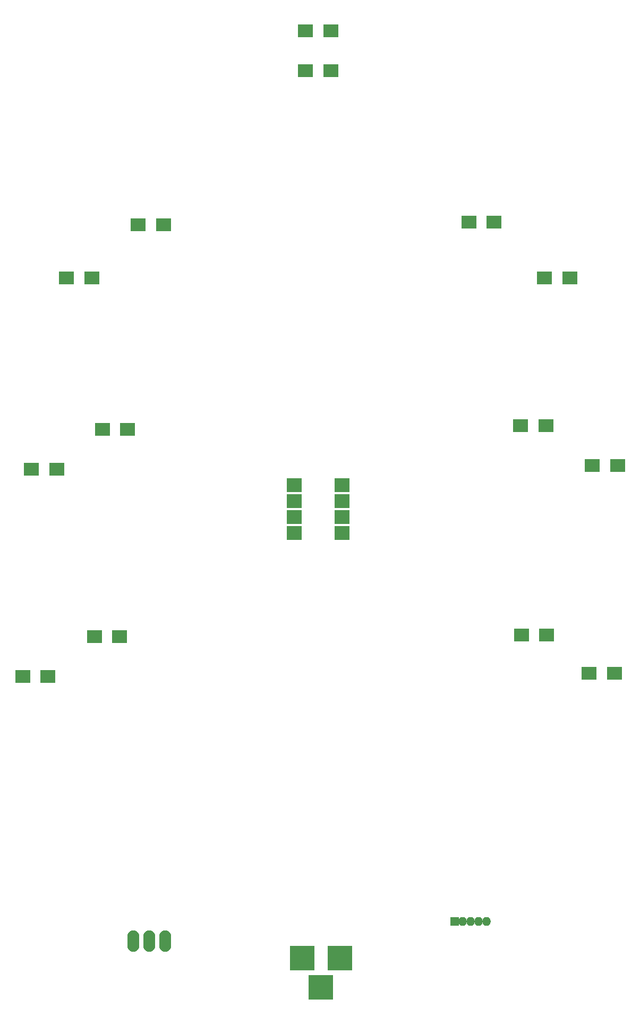
<source format=gbr>
G04 #@! TF.FileFunction,Soldermask,Top*
%FSLAX46Y46*%
G04 Gerber Fmt 4.6, Leading zero omitted, Abs format (unit mm)*
G04 Created by KiCad (PCBNEW 4.0.6) date Sunday, September 24, 2017 'PMt' 03:47:12 PM*
%MOMM*%
%LPD*%
G01*
G04 APERTURE LIST*
%ADD10C,0.100000*%
%ADD11R,2.400000X2.100000*%
%ADD12R,1.400000X1.400000*%
%ADD13O,1.400000X1.400000*%
%ADD14R,2.400000X2.180000*%
%ADD15O,1.910000X3.410000*%
%ADD16R,3.900000X3.900000*%
G04 APERTURE END LIST*
D10*
D11*
X48165000Y-128270000D03*
X52165000Y-128270000D03*
X138970000Y-94615000D03*
X142970000Y-94615000D03*
X55150000Y-64770000D03*
X59150000Y-64770000D03*
D12*
X116967000Y-167259000D03*
D13*
X118237000Y-167259000D03*
X119507000Y-167259000D03*
X120777000Y-167259000D03*
X122047000Y-167259000D03*
D14*
X91440000Y-97790000D03*
X99060000Y-105410000D03*
X91440000Y-100330000D03*
X99060000Y-102870000D03*
X91440000Y-102870000D03*
X99060000Y-100330000D03*
X91440000Y-105410000D03*
X99060000Y-97790000D03*
D11*
X138462000Y-127762000D03*
X142462000Y-127762000D03*
X49562000Y-95250000D03*
X53562000Y-95250000D03*
X135350000Y-64770000D03*
X131350000Y-64770000D03*
X59595000Y-121920000D03*
X63595000Y-121920000D03*
X131540000Y-88265000D03*
X127540000Y-88265000D03*
X66580000Y-56261000D03*
X70580000Y-56261000D03*
X131667000Y-121666000D03*
X127667000Y-121666000D03*
X60865000Y-88900000D03*
X64865000Y-88900000D03*
X123285000Y-55880000D03*
X119285000Y-55880000D03*
X93250000Y-31750000D03*
X97250000Y-31750000D03*
D15*
X65786000Y-170434000D03*
X68326000Y-170434000D03*
X70866000Y-170434000D03*
D11*
X93250000Y-25400000D03*
X97250000Y-25400000D03*
D16*
X98679000Y-173101000D03*
X92679000Y-173101000D03*
X95679000Y-177801000D03*
M02*

</source>
